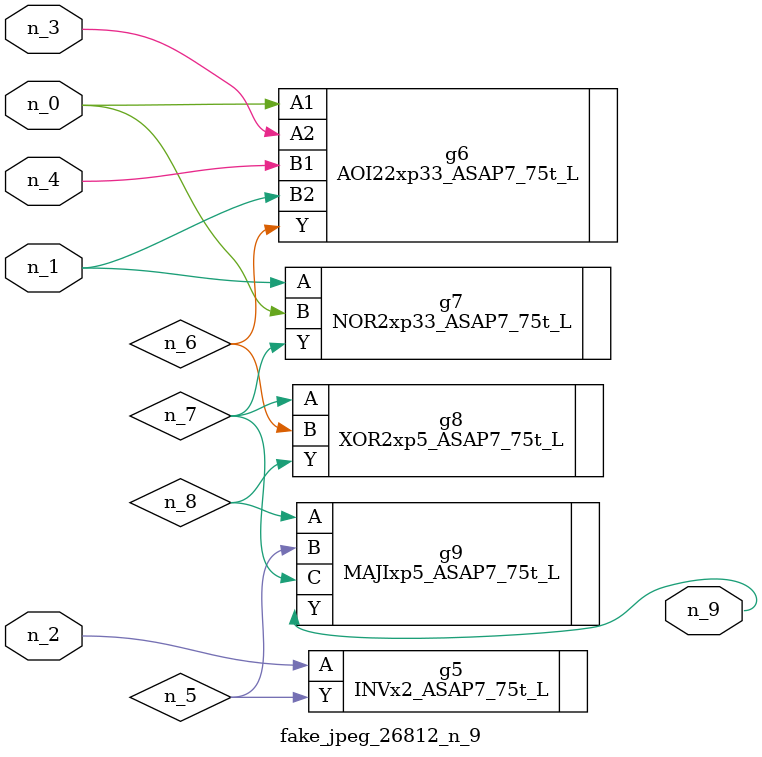
<source format=v>
module fake_jpeg_26812_n_9 (n_3, n_2, n_1, n_0, n_4, n_9);

input n_3;
input n_2;
input n_1;
input n_0;
input n_4;

output n_9;

wire n_8;
wire n_6;
wire n_5;
wire n_7;

INVx2_ASAP7_75t_L g5 ( 
.A(n_2),
.Y(n_5)
);

AOI22xp33_ASAP7_75t_L g6 ( 
.A1(n_0),
.A2(n_3),
.B1(n_4),
.B2(n_1),
.Y(n_6)
);

NOR2xp33_ASAP7_75t_L g7 ( 
.A(n_1),
.B(n_0),
.Y(n_7)
);

XOR2xp5_ASAP7_75t_L g8 ( 
.A(n_7),
.B(n_6),
.Y(n_8)
);

MAJIxp5_ASAP7_75t_L g9 ( 
.A(n_8),
.B(n_5),
.C(n_7),
.Y(n_9)
);


endmodule
</source>
